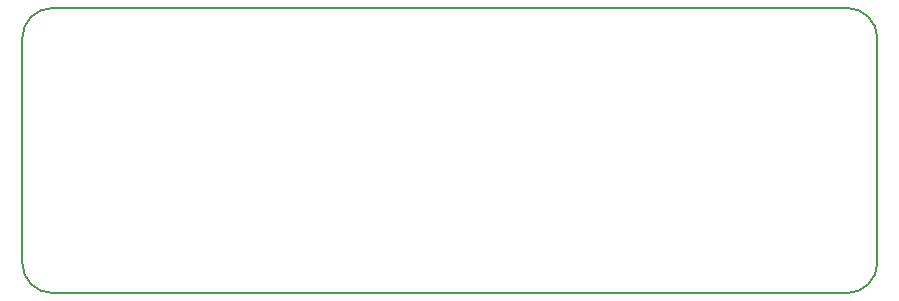
<source format=gbr>
G04 DipTrace 3.3.1.3*
G04 BoardOutline.gbr*
%MOIN*%
G04 #@! TF.FileFunction,Profile*
G04 #@! TF.Part,Single*
%ADD11C,0.005512*%
%FSLAX26Y26*%
G04*
G70*
G90*
G75*
G01*
G04 BoardOutline*
%LPD*%
X100000Y0D2*
D11*
X2750000D1*
G03X2850000Y100000I2J99998D01*
G01*
Y850000D1*
G03X2750000Y950000I-99998J2D01*
G01*
X100000D1*
G03X0Y850000I-2J-99998D01*
G01*
Y100000D1*
G03X100000Y0I99998J-2D01*
G01*
M02*

</source>
